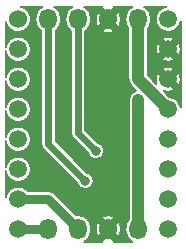
<source format=gtl>
G04 Layer: TopLayer*
G04 EasyEDA Pro v1.9.29, 2023-03-16 20:55:29*
G04 Gerber Generator version 0.3*
G04 Scale: 100 percent, Rotated: No, Reflected: No*
G04 Dimensions in millimeters*
G04 Leading zeros omitted, absolute positions, 3 integers and 3 decimals*
%FSLAX33Y33*%
%MOMM*%
%AMOval*1,1,$1,$2,$3*1,1,$1,$4,$5*20,1,$1,$2,$3,$4,$5,0*%
%ADD999C,0.2032*%
%ADD10C,0.700001*%
%ADD11C,1.5*%
%ADD12C,1.524*%
%ADD13Oval,1.5X0.0X-0.125X0.0X0.125*%
%ADD14C,0.799998*%
%ADD15C,0.899998*%
%ADD16C,0.800001*%
%ADD17C,0.599999*%
%ADD18C,1.000001*%
G75*


G04 Copper Start*
G36*
G01X6879Y204D02*
G03X7429Y1145I-529J941D01*
G01Y1395D01*
G03X6350Y2474I-1079J0D01*
G03X6189Y2462I0J-1079D01*
G01X4326Y4326D01*
G03X3810Y4539I-516J-516D01*
G01X2066D01*
G03X1270Y4889I-796J-729D01*
G03X204Y3979I0J-1079D01*
G01Y6181D01*
G03X1270Y5271I1066J169D01*
G03X2349Y6350I0J1079D01*
G03X1270Y7429I-1079J0D01*
G03X204Y6519I0J-1079D01*
G01Y8721D01*
G03X1270Y7811I1066J169D01*
G03X2349Y8890I0J1079D01*
G03X1270Y9969I-1079J0D01*
G03X204Y9059I0J-1079D01*
G01Y11261D01*
G03X1270Y10351I1066J169D01*
G03X2349Y11430I0J1079D01*
G03X1270Y12509I-1079J0D01*
G03X204Y11599I0J-1079D01*
G01Y13801D01*
G03X1270Y12891I1066J169D01*
G03X2349Y13970I0J1079D01*
G03X1270Y15049I-1079J0D01*
G03X204Y14139I0J-1079D01*
G01Y16341D01*
G03X1270Y15431I1066J169D01*
G03X2349Y16510I0J1079D01*
G03X1270Y17589I-1079J0D01*
G03X204Y16679I0J-1079D01*
G01Y18816D01*
G03X1270Y17959I1066J234D01*
G03X2361Y19050I0J1091D01*
G03X1504Y20116I-1091J0D01*
G01X3281D01*
G03X2731Y19175I529J-941D01*
G01Y18925D01*
G03X3181Y18048I1079J0D01*
G01Y8510D01*
G03X3365Y8065I629J0D01*
G01X6245Y5186D01*
G03X6950Y4641I705J184D01*
G03X7679Y5370I0J729D01*
G03X7134Y6075I-729J0D01*
G01X4439Y8771D01*
G01Y18048D01*
G03X4889Y18925I-629J877D01*
G01Y19175D01*
G03X4339Y20116I-1079J0D01*
G01X5821D01*
G03X5271Y19175I529J-941D01*
G01Y18925D01*
G03X5701Y18063I1079J0D01*
G01Y9430D01*
G03X5885Y8985I629J0D01*
G01X7145Y7726D01*
G03X7850Y7181I705J184D01*
G03X8579Y7910I0J729D01*
G03X8034Y8615I-729J0D01*
G01X6959Y9691D01*
G01Y18034D01*
G03X7429Y18925I-609J891D01*
G01Y19175D01*
G03X6879Y20116I-1079J0D01*
G01X8393D01*
G03X7826Y19175I497J-941D01*
G01Y18925D01*
G03X8890Y17861I1064J0D01*
G03X9954Y18925I0J1064D01*
G01Y19175D01*
G03X9387Y20116I-1064J0D01*
G01X10901D01*
G03X10351Y19175I529J-941D01*
G01Y18925D01*
G03X10601Y18234I1079J0D01*
G01Y13970D01*
G03X10844Y13384I829J0D01*
G01X11228Y12999D01*
G03X10621Y12200I222J-799D01*
G01Y2109D01*
G03X10351Y1395I809J-714D01*
G01Y1145D01*
G03X10901Y204I1079J0D01*
G01X9387D01*
G03X9954Y1145I-497J941D01*
G01Y1395D01*
G03X8890Y2459I-1064J0D01*
G03X7826Y1395I0J-1064D01*
G01Y1145D01*
G03X8393Y204I1064J0D01*
G01X6879D01*
G37*
G36*
G01X15036Y18881D02*
G01X15036Y11599D01*
G03X14068Y12505I-1066J-169D01*
G01X13601Y12972D01*
G03X13970Y12906I369J998D01*
G03X15034Y13970I0J1064D01*
G03X13970Y15034I-1064J0D01*
G03X12906Y13970I0J-1064D01*
G03X12972Y13600I1064J0D01*
G01X12259Y14313D01*
G01Y18234D01*
G03X12509Y18925I-829J691D01*
G01Y19175D01*
G03X11959Y20116I-1079J0D01*
G01X13801D01*
G03X12891Y19050I169J-1066D01*
G03X13970Y17971I1079J0D01*
G03X15036Y18881I0J1079D01*
G37*
%LPC*%
G36*
G01X13970Y15446D02*
G03X15034Y16510I0J1064D01*
G03X13970Y17574I-1064J0D01*
G03X12906Y16510I0J-1064D01*
G03X13970Y15446I1064J0D01*
G37*
%LPD*%
G54D999*
G01X6879Y204D02*
G03X7429Y1145I-529J941D01*
G01Y1395D01*
G03X6350Y2474I-1079J0D01*
G03X6189Y2462I0J-1079D01*
G01X4326Y4326D01*
G03X3810Y4539I-516J-516D01*
G01X2066D01*
G03X1270Y4889I-796J-729D01*
G03X204Y3979I0J-1079D01*
G01Y6181D01*
G03X1270Y5271I1066J169D01*
G03X2349Y6350I0J1079D01*
G03X1270Y7429I-1079J0D01*
G03X204Y6519I0J-1079D01*
G01Y8721D01*
G03X1270Y7811I1066J169D01*
G03X2349Y8890I0J1079D01*
G03X1270Y9969I-1079J0D01*
G03X204Y9059I0J-1079D01*
G01Y11261D01*
G03X1270Y10351I1066J169D01*
G03X2349Y11430I0J1079D01*
G03X1270Y12509I-1079J0D01*
G03X204Y11599I0J-1079D01*
G01Y13801D01*
G03X1270Y12891I1066J169D01*
G03X2349Y13970I0J1079D01*
G03X1270Y15049I-1079J0D01*
G03X204Y14139I0J-1079D01*
G01Y16341D01*
G03X1270Y15431I1066J169D01*
G03X2349Y16510I0J1079D01*
G03X1270Y17589I-1079J0D01*
G03X204Y16679I0J-1079D01*
G01Y18816D01*
G03X1270Y17959I1066J234D01*
G03X2361Y19050I0J1091D01*
G03X1504Y20116I-1091J0D01*
G01X3281D01*
G03X2731Y19175I529J-941D01*
G01Y18925D01*
G03X3181Y18048I1079J0D01*
G01Y8510D01*
G03X3365Y8065I629J0D01*
G01X6245Y5186D01*
G03X6950Y4641I705J184D01*
G03X7679Y5370I0J729D01*
G03X7134Y6075I-729J0D01*
G01X4439Y8771D01*
G01Y18048D01*
G03X4889Y18925I-629J877D01*
G01Y19175D01*
G03X4339Y20116I-1079J0D01*
G01X5821D01*
G03X5271Y19175I529J-941D01*
G01Y18925D01*
G03X5701Y18063I1079J0D01*
G01Y9430D01*
G03X5885Y8985I629J0D01*
G01X7145Y7726D01*
G03X7850Y7181I705J184D01*
G03X8579Y7910I0J729D01*
G03X8034Y8615I-729J0D01*
G01X6959Y9691D01*
G01Y18034D01*
G03X7429Y18925I-609J891D01*
G01Y19175D01*
G03X6879Y20116I-1079J0D01*
G01X8393D01*
G03X7826Y19175I497J-941D01*
G01Y18925D01*
G03X8890Y17861I1064J0D01*
G03X9954Y18925I0J1064D01*
G01Y19175D01*
G03X9387Y20116I-1064J0D01*
G01X10901D01*
G03X10351Y19175I529J-941D01*
G01Y18925D01*
G03X10601Y18234I1079J0D01*
G01Y13970D01*
G03X10844Y13384I829J0D01*
G01X11228Y12999D01*
G03X10621Y12200I222J-799D01*
G01Y2109D01*
G03X10351Y1395I809J-714D01*
G01Y1145D01*
G03X10901Y204I1079J0D01*
G01X9387D01*
G03X9954Y1145I-497J941D01*
G01Y1395D01*
G03X8890Y2459I-1064J0D01*
G03X7826Y1395I0J-1064D01*
G01Y1145D01*
G03X8393Y204I1064J0D01*
G01X6879D01*
G01X15036Y18881D02*
G01X15036Y11599D01*
G03X14068Y12505I-1066J-169D01*
G01X13601Y12972D01*
G03X13970Y12906I369J998D01*
G03X15034Y13970I0J1064D01*
G03X13970Y15034I-1064J0D01*
G03X12906Y13970I0J-1064D01*
G03X12972Y13600I1064J0D01*
G01X12259Y14313D01*
G01Y18234D01*
G03X12509Y18925I-829J691D01*
G01Y19175D01*
G03X11959Y20116I-1079J0D01*
G01X13801D01*
G03X12891Y19050I169J-1066D01*
G03X13970Y17971I1079J0D01*
G03X15036Y18881I0J1079D01*
G01X13970Y15446D02*
G03X15034Y16510I0J1064D01*
G03X13970Y17574I-1064J0D01*
G03X12906Y16510I0J-1064D01*
G03X13970Y15446I1064J0D01*
G54D10*
G01X13970Y13970D02*
G01X13288Y14652D01*
G01X13970Y13970D02*
G01X14652Y14652D01*
G01X13970Y13970D02*
G01X14652Y13288D01*
G01X13970Y16510D02*
G01X13288Y17192D01*
G01X13970Y16510D02*
G01X13288Y15828D01*
G01X13970Y16510D02*
G01X14652Y17192D01*
G01X13970Y16510D02*
G01X14652Y15828D01*
G01X8890Y18925D02*
G01X9572Y18243D01*
G01X8890Y19175D02*
G01X9572Y19857D01*
G01X8890Y18925D02*
G01X8208Y18243D01*
G01X8890Y19175D02*
G01X8208Y19857D01*
G01X8890Y1145D02*
G01X9572Y463D01*
G01X8890Y1395D02*
G01X9572Y2077D01*
G01X8890Y1145D02*
G01X8208Y463D01*
G01X8890Y1395D02*
G01X8208Y2077D01*
G04 Copper End*

G04 Pad Start*
G54D11*
G01X13970Y13970D03*
G01X13970Y16510D03*
G01X13970Y19050D03*
G01X13970Y11430D03*
G01X13970Y8890D03*
G01X13970Y6350D03*
G01X13970Y3810D03*
G01X13970Y1270D03*
G01X1270Y1270D03*
G01X1270Y3810D03*
G01X1270Y6350D03*
G01X1270Y8890D03*
G01X1270Y11430D03*
G01X1270Y13970D03*
G01X1270Y16510D03*
G54D12*
G01X1270Y19050D03*
G54D13*
G01X11430Y19050D03*
G01X8890Y19050D03*
G01X6350Y19050D03*
G01X3810Y19050D03*
G01X11430Y1270D03*
G01X8890Y1270D03*
G01X6350Y1270D03*
G01X3810Y1270D03*
G04 Pad End*

G04 Via Start*
G54D14*
G01X6950Y5370D03*
G01X7850Y7910D03*
G54D15*
G01X11450Y12200D03*
G04 Via End*

G04 Track Start*
G54D16*
G01X1270Y1270D02*
G01X3810Y1270D01*
G01X1270Y3810D02*
G01X3810Y3810D01*
G01X6350Y1270D01*
G54D17*
G01X6950Y5370D02*
G01X3810Y8510D01*
G01Y19050D01*
G54D18*
G01X11450Y12200D02*
G01X11450Y1290D01*
G01X11430Y1270D01*
G01X11430Y13970D02*
G01X13970Y11430D01*
G54D17*
G01X6350Y19050D02*
G01X6330Y19030D01*
G01X6330Y9430D02*
G01X6330Y19030D01*
G01X7850Y7910D02*
G01X6330Y9430D01*
G54D18*
G01X11430Y19050D02*
G01X11430Y13970D01*
G04 Track End*

M02*

</source>
